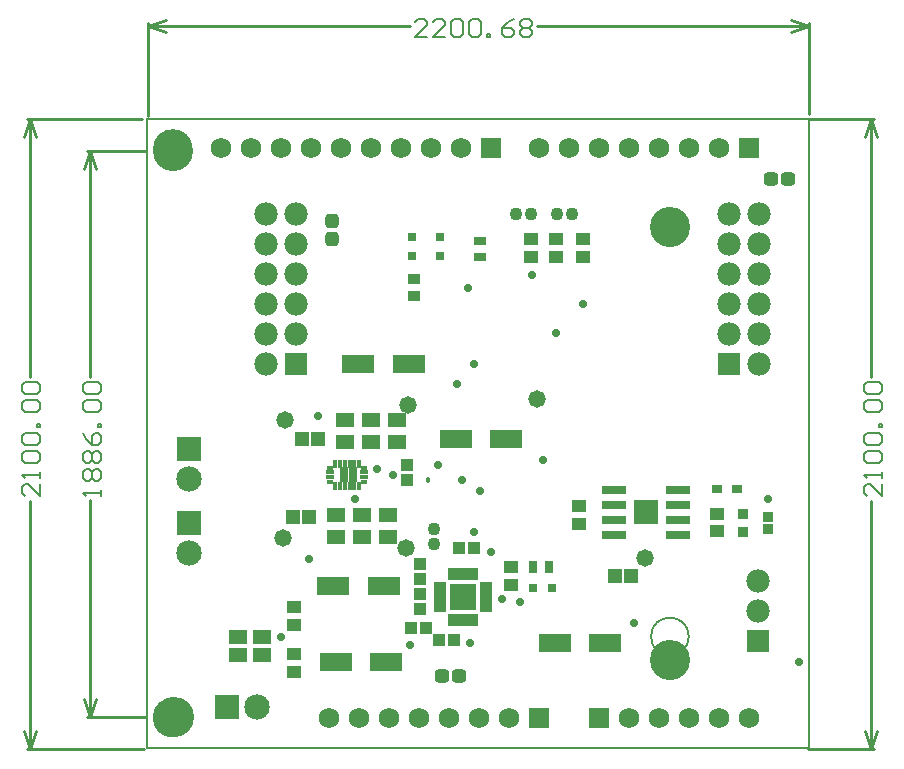
<source format=gts>
G04*
G04 #@! TF.GenerationSoftware,Altium Limited,DefaultClient, ()*
G04*
G04 Layer_Color=8388736*
%FSLAX44Y44*%
%MOMM*%
G71*
G04*
G04 #@! TF.SameCoordinates,C0C1BE24-F48D-404B-966D-32A33A0CC593*
G04*
G04*
G04 #@! TF.FilePolarity,Negative*
G04*
G01*
G75*
%ADD15C,0.2540*%
%ADD18C,0.1524*%
%ADD19C,0.1270*%
%ADD23R,0.9000X0.8000*%
%ADD36R,0.8000X0.8000*%
%ADD37R,0.7500X0.8000*%
%ADD38R,0.8000X0.8000*%
%ADD40R,2.8000X1.6000*%
%ADD44R,0.8121X0.9311*%
%ADD46R,2.1336X2.1336*%
%ADD47R,2.1532X0.8032*%
%ADD48R,1.2032X1.0032*%
%ADD49R,1.1032X1.0032*%
%ADD50R,0.4132X0.6682*%
%ADD51R,0.5932X0.4132*%
%ADD52R,0.6682X0.4132*%
%ADD53R,0.7032X0.7032*%
%ADD54R,0.8032X1.0032*%
%ADD55R,1.0032X0.8032*%
%ADD56R,1.5532X1.2032*%
%ADD57R,1.1032X0.9032*%
%ADD58R,1.5532X1.1532*%
%ADD59R,2.2032X2.2032*%
%ADD60R,1.0532X0.5032*%
%ADD61R,0.5032X1.0532*%
%ADD62R,1.0032X1.1032*%
G04:AMPARAMS|DCode=63|XSize=1.128mm|YSize=1.228mm|CornerRadius=0.314mm|HoleSize=0mm|Usage=FLASHONLY|Rotation=90.000|XOffset=0mm|YOffset=0mm|HoleType=Round|Shape=RoundedRectangle|*
%AMROUNDEDRECTD63*
21,1,1.1280,0.6000,0,0,90.0*
21,1,0.5000,1.2280,0,0,90.0*
1,1,0.6280,0.3000,0.2500*
1,1,0.6280,0.3000,-0.2500*
1,1,0.6280,-0.3000,-0.2500*
1,1,0.6280,-0.3000,0.2500*
%
%ADD63ROUNDEDRECTD63*%
%ADD64R,1.2532X1.2532*%
G04:AMPARAMS|DCode=65|XSize=1.128mm|YSize=1.228mm|CornerRadius=0.314mm|HoleSize=0mm|Usage=FLASHONLY|Rotation=0.000|XOffset=0mm|YOffset=0mm|HoleType=Round|Shape=RoundedRectangle|*
%AMROUNDEDRECTD65*
21,1,1.1280,0.6000,0,0,0.0*
21,1,0.5000,1.2280,0,0,0.0*
1,1,0.6280,0.2500,-0.3000*
1,1,0.6280,-0.2500,-0.3000*
1,1,0.6280,-0.2500,0.3000*
1,1,0.6280,0.2500,0.3000*
%
%ADD65ROUNDEDRECTD65*%
%ADD66R,0.9652X0.9652*%
%ADD67R,2.1532X2.1532*%
%ADD68R,1.7272X1.7272*%
%ADD69C,1.7272*%
%ADD70C,1.0922*%
%ADD71C,2.1532*%
%ADD72R,2.1532X2.1532*%
%ADD73C,1.9812*%
%ADD74R,1.9812X1.9812*%
%ADD75C,3.4032*%
%ADD76C,0.4572*%
%ADD77C,1.4732*%
%ADD78C,0.7112*%
D15*
X584870Y-492414D02*
X589950Y-507654D01*
X595030Y-492414D01*
X589950Y25746D02*
X595030Y10506D01*
X584870D02*
X589950Y25746D01*
Y-507654D02*
Y-297326D01*
Y-192710D02*
Y25746D01*
X536864Y-507654D02*
X592490D01*
X538388Y25746D02*
X592490D01*
X-21682Y104738D02*
X-6442Y109817D01*
X-21682Y104738D02*
X-6442Y99657D01*
X522050D02*
X537290Y104738D01*
X522050Y109817D02*
X537290Y104738D01*
X-21682D02*
X200162D01*
X307318D02*
X537290D01*
X-21682Y28286D02*
Y107277D01*
X537290Y29678D02*
Y107277D01*
X-75946Y-465074D02*
X-70866Y-480314D01*
X-65786Y-465074D01*
X-70866Y-1270D02*
X-65786Y-16510D01*
X-75946D02*
X-70866Y-1270D01*
Y-480314D02*
Y-297164D01*
Y-192548D02*
Y-1270D01*
X-73406Y-480314D02*
X-23620D01*
X-73406Y-1270D02*
X-24382D01*
X-127254Y-492506D02*
X-122174Y-507746D01*
X-117094Y-492506D01*
X-122174Y25654D02*
X-117094Y10414D01*
X-127254D02*
X-122174Y25654D01*
Y-507746D02*
Y-297418D01*
Y-192802D02*
Y25654D01*
X-124714Y-507746D02*
X-25400D01*
X-124714Y25654D02*
X-27178D01*
D18*
X599091Y-283106D02*
Y-293262D01*
X588935Y-283106D01*
X586396D01*
X583857Y-285645D01*
Y-290723D01*
X586396Y-293262D01*
X599091Y-278027D02*
Y-272949D01*
Y-275488D01*
X583857D01*
X586396Y-278027D01*
Y-265331D02*
X583857Y-262792D01*
Y-257714D01*
X586396Y-255175D01*
X596552D01*
X599091Y-257714D01*
Y-262792D01*
X596552Y-265331D01*
X586396D01*
Y-250096D02*
X583857Y-247557D01*
Y-242479D01*
X586396Y-239940D01*
X596552D01*
X599091Y-242479D01*
Y-247557D01*
X596552Y-250096D01*
X586396D01*
X599091Y-234861D02*
X596552D01*
Y-232322D01*
X599091D01*
Y-234861D01*
X586396Y-222165D02*
X583857Y-219626D01*
Y-214548D01*
X586396Y-212009D01*
X596552D01*
X599091Y-214548D01*
Y-219626D01*
X596552Y-222165D01*
X586396D01*
Y-206930D02*
X583857Y-204391D01*
Y-199313D01*
X586396Y-196774D01*
X596552D01*
X599091Y-199313D01*
Y-204391D01*
X596552Y-206930D01*
X586396D01*
X214382Y95596D02*
X204226D01*
X214382Y105753D01*
Y108292D01*
X211843Y110831D01*
X206765D01*
X204226Y108292D01*
X229618Y95596D02*
X219461D01*
X229618Y105753D01*
Y108292D01*
X227078Y110831D01*
X222000D01*
X219461Y108292D01*
X234696D02*
X237235Y110831D01*
X242313D01*
X244853Y108292D01*
Y98135D01*
X242313Y95596D01*
X237235D01*
X234696Y98135D01*
Y108292D01*
X249931D02*
X252470Y110831D01*
X257549D01*
X260088Y108292D01*
Y98135D01*
X257549Y95596D01*
X252470D01*
X249931Y98135D01*
Y108292D01*
X265166Y95596D02*
Y98135D01*
X267705D01*
Y95596D01*
X265166D01*
X288019Y110831D02*
X282940Y108292D01*
X277862Y103214D01*
Y98135D01*
X280401Y95596D01*
X285480D01*
X288019Y98135D01*
Y100674D01*
X285480Y103214D01*
X277862D01*
X293097Y108292D02*
X295636Y110831D01*
X300715D01*
X303254Y108292D01*
Y105753D01*
X300715Y103214D01*
X303254Y100674D01*
Y98135D01*
X300715Y95596D01*
X295636D01*
X293097Y98135D01*
Y100674D01*
X295636Y103214D01*
X293097Y105753D01*
Y108292D01*
X295636Y103214D02*
X300715D01*
X-61725Y-293100D02*
Y-288022D01*
Y-290561D01*
X-76960D01*
X-74420Y-293100D01*
Y-280404D02*
X-76960Y-277865D01*
Y-272787D01*
X-74420Y-270248D01*
X-71881D01*
X-69342Y-272787D01*
X-66803Y-270248D01*
X-64264D01*
X-61725Y-272787D01*
Y-277865D01*
X-64264Y-280404D01*
X-66803D01*
X-69342Y-277865D01*
X-71881Y-280404D01*
X-74420D01*
X-69342Y-277865D02*
Y-272787D01*
X-74420Y-265169D02*
X-76960Y-262630D01*
Y-257552D01*
X-74420Y-255013D01*
X-71881D01*
X-69342Y-257552D01*
X-66803Y-255013D01*
X-64264D01*
X-61725Y-257552D01*
Y-262630D01*
X-64264Y-265169D01*
X-66803D01*
X-69342Y-262630D01*
X-71881Y-265169D01*
X-74420D01*
X-69342Y-262630D02*
Y-257552D01*
X-76960Y-239778D02*
X-74420Y-244856D01*
X-69342Y-249934D01*
X-64264D01*
X-61725Y-247395D01*
Y-242317D01*
X-64264Y-239778D01*
X-66803D01*
X-69342Y-242317D01*
Y-249934D01*
X-61725Y-234699D02*
X-64264D01*
Y-232160D01*
X-61725D01*
Y-234699D01*
X-74420Y-222003D02*
X-76960Y-219464D01*
Y-214386D01*
X-74420Y-211847D01*
X-64264D01*
X-61725Y-214386D01*
Y-219464D01*
X-64264Y-222003D01*
X-74420D01*
Y-206768D02*
X-76960Y-204229D01*
Y-199151D01*
X-74420Y-196612D01*
X-64264D01*
X-61725Y-199151D01*
Y-204229D01*
X-64264Y-206768D01*
X-74420D01*
X-113033Y-283198D02*
Y-293354D01*
X-123189Y-283198D01*
X-125728D01*
X-128267Y-285737D01*
Y-290815D01*
X-125728Y-293354D01*
X-113033Y-278119D02*
Y-273041D01*
Y-275580D01*
X-128267D01*
X-125728Y-278119D01*
Y-265423D02*
X-128267Y-262884D01*
Y-257806D01*
X-125728Y-255267D01*
X-115572D01*
X-113033Y-257806D01*
Y-262884D01*
X-115572Y-265423D01*
X-125728D01*
Y-250188D02*
X-128267Y-247649D01*
Y-242571D01*
X-125728Y-240032D01*
X-115572D01*
X-113033Y-242571D01*
Y-247649D01*
X-115572Y-250188D01*
X-125728D01*
X-113033Y-234953D02*
X-115572D01*
Y-232414D01*
X-113033D01*
Y-234953D01*
X-125728Y-222257D02*
X-128267Y-219718D01*
Y-214640D01*
X-125728Y-212101D01*
X-115572D01*
X-113033Y-214640D01*
Y-219718D01*
X-115572Y-222257D01*
X-125728D01*
Y-207022D02*
X-128267Y-204483D01*
Y-199405D01*
X-125728Y-196866D01*
X-115572D01*
X-113033Y-199405D01*
Y-204483D01*
X-115572Y-207022D01*
X-125728D01*
D19*
X14797Y-480989D02*
G03*
X14797Y-480989I-15999J0D01*
G01*
X15051Y341D02*
G03*
X15051Y341I-15999J0D01*
G01*
X435929Y-65699D02*
G03*
X435929Y-65699I-15999J0D01*
G01*
Y-412409D02*
G03*
X435929Y-412409I-15999J0D01*
G01*
X-22790Y-506897D02*
Y26503D01*
X537290Y-125897D02*
Y26503D01*
Y-506897D02*
Y-125897D01*
X-21680Y26000D02*
X538400D01*
X-22790Y-506897D02*
X537290D01*
D23*
X476987Y-287656D02*
D03*
X459987D02*
D03*
D36*
X304021Y-371563D02*
D03*
X320020D02*
D03*
D37*
X225640Y-90301D02*
D03*
Y-74301D02*
D03*
D38*
X201836Y-90301D02*
D03*
Y-74301D02*
D03*
D40*
X179862Y-433984D02*
D03*
X136862D02*
D03*
X177854Y-369321D02*
D03*
X134853D02*
D03*
X281502Y-244861D02*
D03*
X238502D02*
D03*
X155858Y-181615D02*
D03*
X198858D02*
D03*
X365322Y-417581D02*
D03*
X322322D02*
D03*
D44*
X503254Y-310797D02*
D03*
Y-321608D02*
D03*
D46*
X399876Y-307058D02*
D03*
D47*
X372626Y-326108D02*
D03*
Y-313408D02*
D03*
Y-300708D02*
D03*
Y-288008D02*
D03*
X427126D02*
D03*
Y-300708D02*
D03*
Y-313408D02*
D03*
Y-326108D02*
D03*
D48*
X101252Y-387221D02*
D03*
Y-402221D02*
D03*
X102014Y-427099D02*
D03*
Y-442099D02*
D03*
X285228Y-353693D02*
D03*
Y-368693D02*
D03*
X302745Y-75817D02*
D03*
Y-90817D02*
D03*
X323248D02*
D03*
Y-75817D02*
D03*
X346290D02*
D03*
Y-90817D02*
D03*
X460200Y-323448D02*
D03*
Y-308448D02*
D03*
X343139Y-316695D02*
D03*
Y-301695D02*
D03*
D49*
X208646Y-376232D02*
D03*
Y-388732D02*
D03*
Y-351158D02*
D03*
Y-363658D02*
D03*
X197353Y-279639D02*
D03*
Y-267139D02*
D03*
D50*
X156680Y-266215D02*
D03*
X152680D02*
D03*
X148680D02*
D03*
X144680D02*
D03*
X140680D02*
D03*
X136680D02*
D03*
Y-284564D02*
D03*
X140680D02*
D03*
X144680D02*
D03*
X148680D02*
D03*
X152680D02*
D03*
X156680D02*
D03*
D51*
X132134Y-269393D02*
D03*
X132137Y-281386D02*
D03*
X161222Y-281392D02*
D03*
X161223Y-269388D02*
D03*
D52*
X132506Y-273391D02*
D03*
Y-277391D02*
D03*
X160854Y-277391D02*
D03*
X160858Y-273389D02*
D03*
D53*
X144178Y-272389D02*
D03*
Y-278389D02*
D03*
X151628Y-272389D02*
D03*
Y-278389D02*
D03*
D54*
X304307Y-353531D02*
D03*
X317306D02*
D03*
D55*
X259494Y-77833D02*
D03*
Y-90833D02*
D03*
D56*
X181212Y-309690D02*
D03*
Y-327690D02*
D03*
X159169Y-309690D02*
D03*
Y-327690D02*
D03*
X137127Y-309690D02*
D03*
Y-327690D02*
D03*
X188645Y-247380D02*
D03*
Y-229380D02*
D03*
X166603Y-247380D02*
D03*
Y-229380D02*
D03*
X144560Y-247380D02*
D03*
Y-229380D02*
D03*
D57*
X203026Y-109845D02*
D03*
Y-123845D02*
D03*
D58*
X74328Y-412879D02*
D03*
Y-428379D02*
D03*
X54285Y-412890D02*
D03*
Y-428390D02*
D03*
D59*
X244919Y-378982D02*
D03*
D60*
X225420Y-388982D02*
D03*
Y-383982D02*
D03*
Y-378982D02*
D03*
Y-373982D02*
D03*
Y-368982D02*
D03*
X264419D02*
D03*
Y-373982D02*
D03*
Y-378982D02*
D03*
Y-383982D02*
D03*
Y-388982D02*
D03*
D61*
X234919Y-359482D02*
D03*
X239919D02*
D03*
X244919D02*
D03*
X249919D02*
D03*
X254919D02*
D03*
Y-398482D02*
D03*
X249919D02*
D03*
X244919D02*
D03*
X239919D02*
D03*
X234919D02*
D03*
D62*
X254060Y-337518D02*
D03*
X241560D02*
D03*
X224494Y-415219D02*
D03*
X236994D02*
D03*
X213340Y-405322D02*
D03*
X200840D02*
D03*
D63*
X241090Y-445521D02*
D03*
X226589D02*
D03*
X519982Y-24897D02*
D03*
X505481D02*
D03*
D64*
X114334Y-311155D02*
D03*
X100834D02*
D03*
X121768Y-244861D02*
D03*
X108268D02*
D03*
X387126Y-360810D02*
D03*
X373626D02*
D03*
D65*
X134177Y-75458D02*
D03*
Y-60958D02*
D03*
D66*
X481949Y-323568D02*
D03*
Y-308836D02*
D03*
D67*
X12606Y-254005D02*
D03*
X12352Y-315847D02*
D03*
D68*
X268050Y1103D02*
D03*
X359490Y-481497D02*
D03*
X486490Y1103D02*
D03*
X308690Y-481497D02*
D03*
D69*
X242650Y1103D02*
D03*
X217250D02*
D03*
X191850D02*
D03*
X166450D02*
D03*
X141050D02*
D03*
X115650D02*
D03*
X90250D02*
D03*
X64850D02*
D03*
X384890Y-481497D02*
D03*
X410290D02*
D03*
X435690D02*
D03*
X461090D02*
D03*
X486490D02*
D03*
X39450Y1103D02*
D03*
X410290D02*
D03*
X308690D02*
D03*
X461090D02*
D03*
X435690D02*
D03*
X334090D02*
D03*
X359490D02*
D03*
X384890D02*
D03*
X130890Y-481497D02*
D03*
X283290D02*
D03*
X156290D02*
D03*
X181690D02*
D03*
X257890D02*
D03*
X232490D02*
D03*
X207090D02*
D03*
D70*
X220358Y-334455D02*
D03*
Y-321755D02*
D03*
X302634Y-54880D02*
D03*
X289934D02*
D03*
X336964D02*
D03*
X324264D02*
D03*
D71*
X12352Y-341247D02*
D03*
X12606Y-279405D02*
D03*
X70364Y-471683D02*
D03*
D72*
X44964D02*
D03*
D73*
X495368Y-54777D02*
D03*
Y-80177D02*
D03*
Y-105577D02*
D03*
Y-130977D02*
D03*
Y-156377D02*
D03*
Y-181777D02*
D03*
X469968Y-54777D02*
D03*
Y-80177D02*
D03*
Y-105577D02*
D03*
Y-130977D02*
D03*
Y-156377D02*
D03*
X102950D02*
D03*
Y-130977D02*
D03*
Y-105577D02*
D03*
Y-80177D02*
D03*
Y-54777D02*
D03*
X77550Y-181777D02*
D03*
Y-156377D02*
D03*
Y-130977D02*
D03*
Y-105577D02*
D03*
Y-80177D02*
D03*
Y-54777D02*
D03*
X494444Y-391165D02*
D03*
Y-365765D02*
D03*
D74*
X469968Y-181777D02*
D03*
X102950D02*
D03*
X494444Y-416565D02*
D03*
D75*
X419930Y-432567D02*
D03*
X419930Y-65699D02*
D03*
X-762Y-1270D02*
D03*
X0Y-480314D02*
D03*
D76*
X142923Y-272796D02*
D03*
X145288Y-277876D02*
D03*
X215358Y-280037D02*
D03*
D77*
X307245Y-211074D02*
D03*
X92298Y-328656D02*
D03*
X398606Y-346138D02*
D03*
X196836Y-337518D02*
D03*
X197836Y-216662D02*
D03*
X94060Y-229380D02*
D03*
D78*
X406595Y-313408D02*
D03*
X406146Y-300695D02*
D03*
X393145Y-313478D02*
D03*
Y-300228D02*
D03*
X254414Y-324202D02*
D03*
X185166Y-275340D02*
D03*
X223812Y-267007D02*
D03*
X277528Y-380232D02*
D03*
X268384Y-340619D02*
D03*
X389542Y-400563D02*
D03*
X293276Y-382783D02*
D03*
X250858Y-418213D02*
D03*
X239494Y-198277D02*
D03*
X258748Y-289041D02*
D03*
X244295Y-279583D02*
D03*
X153362Y-295611D02*
D03*
X172358Y-270878D02*
D03*
X90330Y-412879D02*
D03*
X199898Y-419969D02*
D03*
X114460Y-346461D02*
D03*
X121980Y-225557D02*
D03*
X323248Y-155199D02*
D03*
X303062Y-105923D02*
D03*
X248826Y-117607D02*
D03*
X346290Y-130561D02*
D03*
X312834Y-263149D02*
D03*
X254414Y-181615D02*
D03*
X528988Y-434345D02*
D03*
X503254Y-295948D02*
D03*
M02*

</source>
